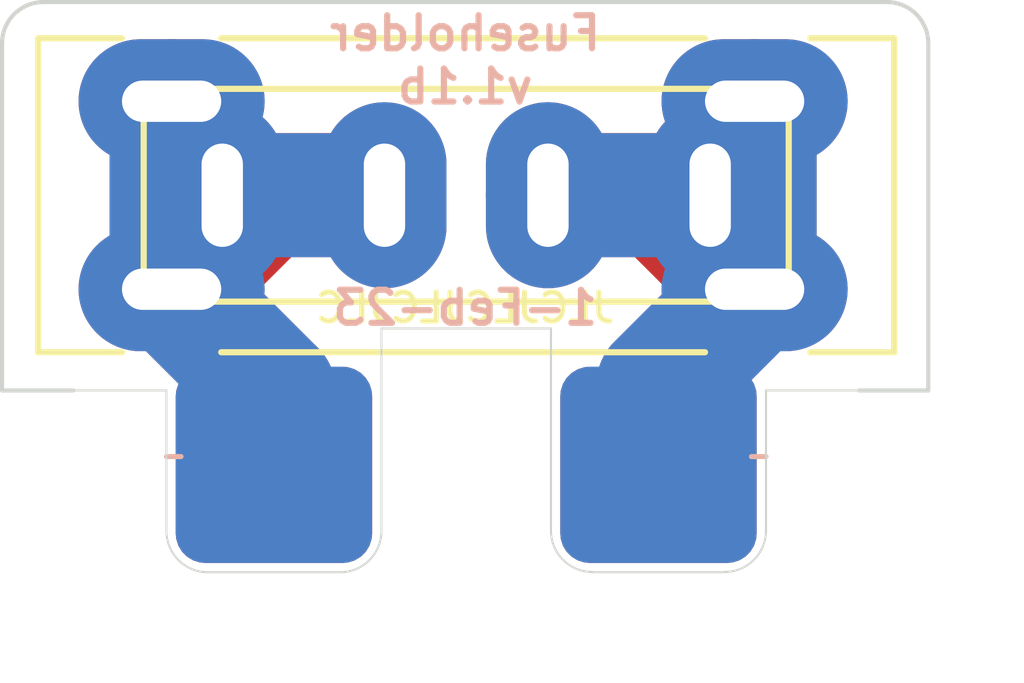
<source format=kicad_pcb>
(kicad_pcb (version 20211014) (generator pcbnew)
  (layers (0 "F.Cu" signal) (31 "B.Cu" signal) (34 "B.Paste" user) (35 "F.Paste" user) (36 "B.SilkS" user "B.Silkscreen") (37 "F.SilkS" user "F.Silkscreen") (38 "B.Mask" user) (39 "F.Mask" user) (44 "Edge.Cuts" user))
  (net 0 "")
  (net 1 "Net-(F1-Pad1)")
  (net 2 "Net-(F1-Pad2)")
  (footprint "aalib:stdfuse" (layer "F.Cu") (at 142.9 93)
    (fp_text reference "F1" hide)
    (fp_text value "Fuse")
    (fp_line (start -3.225 6.075) (end -3.225 -1.525) (layer "F.SilkS") (width 0.15))
    (fp_line (start -3.225 -1.525) (end -1.2 -1.525) (layer "F.SilkS") (width 0.15))
    (fp_line (start -3.225 6.075) (end -1.2 6.075) (layer "F.SilkS") (width 0.15))
    (fp_line (start 1.2 6.075) (end 12.9 6.075) (layer "F.SilkS") (width 0.15))
    (fp_line (start 15.45 -1.525) (end 17.475 -1.525) (layer "F.SilkS") (width 0.15))
    (fp_line (start 1.2 -1.525) (end 12.9 -1.525) (layer "F.SilkS") (width 0.15))
    (fp_line (start 17.475 -1.525) (end 17.475 6.075) (layer "F.SilkS") (width 0.15))
    (fp_line (start 15.45 6.075) (end 17.475 6.075) (layer "F.SilkS") (width 0.15))
    (pad "1" thru_hole oval (at 0 0) (size 4.5 3) (drill oval 2.4 1) (layers *.Cu *.Mask) (net 1 "Net-(F1-Pad1)"))
    (pad "1" thru_hole oval (at 0 4.55) (size 4.5 3) (drill oval 2.4 1) (layers *.Cu *.Mask) (net 1 "Net-(F1-Pad1)"))
    (pad "2" thru_hole oval (at 14.1 4.55) (size 4.5 3) (drill oval 2.4 1) (layers *.Cu *.Mask) (net 2 "Net-(F1-Pad2)"))
    (pad "2" thru_hole oval (at 14.1 0) (size 4.5 3) (drill oval 2.4 1) (layers *.Cu *.Mask) (net 2 "Net-(F1-Pad2)"))
  )
  (footprint "aalib:stdfuse-pads" (layer "F.Cu") (at 150.025 100)
    (fp_text reference "J1" hide)
    (fp_text value "Conn_01x02_Male")
    (fp_line (start -7.25 1.6) (end -6.9 1.6) (layer "B.SilkS") (width 0.12))
    (fp_line (start 6.9 1.6) (end 7.25 1.6) (layer "B.SilkS") (width 0.12))
    (fp_line (start -7.25 1.6) (end -6.9 1.6) (layer "F.SilkS") (width 0.12))
    (fp_line (start 6.9 1.6) (end 7.25 1.6) (layer "F.SilkS") (width 0.12))
    (fp_line (start -6.25 4.4) (end -3.05 4.4) (layer "Edge.Cuts") (width 0.05))
    (fp_line (start -7.25 3.4) (end -7.25 0) (layer "Edge.Cuts") (width 0.05))
    (fp_line (start -2.05 3.4) (end -2.05 0) (layer "Edge.Cuts") (width 0.05))
    (fp_line (start -2.05 0) (end -2.05 -1.5) (layer "Edge.Cuts") (width 0.05))
    (fp_line (start 2.05 0) (end 2.05 -1.5) (layer "Edge.Cuts") (width 0.05))
    (fp_line (start 2.05 3.4) (end 2.05 0) (layer "Edge.Cuts") (width 0.05))
    (fp_line (start 2.05 -1.5) (end -2.05 -1.5) (layer "Edge.Cuts") (width 0.05))
    (fp_line (start 3.05 4.4) (end 6.25 4.4) (layer "Edge.Cuts") (width 0.05))
    (fp_line (start 7.25 3.4) (end 7.25 0) (layer "Edge.Cuts") (width 0.05))
    (fp_line (start -7.25 0) (end -9.5 0) (layer "Edge.Cuts") (width 0.05))
    (fp_line (start 9.5 0) (end 7.25 0) (layer "Edge.Cuts") (width 0.05))
    (fp_arc (start 7.25 3.392893) (mid 6.957109 4.100004) (end 6.25 4.392893) (layer "Edge.Cuts") (width 0.05))
    (fp_arc (start -6.25 4.4) (mid -6.957107 4.107107) (end -7.25 3.4) (layer "Edge.Cuts") (width 0.05))
    (fp_arc (start -2.05 3.4) (mid -2.342893 4.107107) (end -3.05 4.4) (layer "Edge.Cuts") (width 0.05))
    (fp_arc (start 3.05 4.392893) (mid 2.342896 4.099999) (end 2.05 3.392893) (layer "Edge.Cuts") (width 0.05))
    (pad "1" connect roundrect (at -4.65 1.8) (size 4.75 4.75) (layers "F.Cu" "F.Mask") (roundrect_rratio 0.15) (net 1 "Net-(F1-Pad1)"))
    (pad "1" connect roundrect (at -4.65 1.8) (size 4.75 4.75) (layers "B.Cu" "B.Mask") (roundrect_rratio 0.15) (net 1 "Net-(F1-Pad1)"))
    (pad "2" connect roundrect (at 4.65 1.8) (size 4.75 4.75) (layers "B.Cu" "B.Mask") (roundrect_rratio 0.15) (net 2 "Net-(F1-Pad2)"))
    (pad "2" connect roundrect (at 4.65 1.8) (size 4.75 4.75) (layers "F.Cu" "F.Mask") (roundrect_rratio 0.15) (net 2 "Net-(F1-Pad2)"))
  )
  (footprint "aalib:minifuse" (layer "F.Cu") (at 150.025 95.275)
    (fp_text reference "F2" hide)
    (fp_text value "Fuse")
    (fp_line (start -7.8 -2.575) (end 7.8 -2.575) (layer "F.SilkS") (width 0.15))
    (fp_line (start 7.8 -2.575) (end 7.8 2.575) (layer "F.SilkS") (width 0.15))
    (fp_line (start 7.8 2.575) (end -7.8 2.575) (layer "F.SilkS") (width 0.15))
    (fp_line (start -7.8 2.575) (end -7.8 -2.575) (layer "F.SilkS") (width 0.15))
    (pad "1" thru_hole oval (at -5.9 0) (size 3 4.5) (drill oval 1 2.5) (layers *.Cu *.Mask) (net 1 "Net-(F1-Pad1)"))
    (pad "1" thru_hole oval (at -1.977 0) (size 3 4.5) (drill oval 1 2.5) (layers *.Cu *.Mask) (net 1 "Net-(F1-Pad1)"))
    (pad "2" thru_hole oval (at 1.977 0) (size 3 4.5) (drill oval 1 2.5) (layers *.Cu *.Mask) (net 2 "Net-(F1-Pad2)"))
    (pad "2" thru_hole oval (at 5.9 0) (size 3 4.5) (drill oval 1 2.5) (layers *.Cu *.Mask) (net 2 "Net-(F1-Pad2)"))
  )
  (gr_line (start 138.8 91.6) (end 138.8 100) (layer "Edge.Cuts") (width 0.1))
  (gr_line (start 139.8 90.6) (end 160.2 90.6) (layer "Edge.Cuts") (width 0.1))
  (gr_arc (start 138.8 91.6) (mid 139.092893 90.892893) (end 139.8 90.6) (layer "Edge.Cuts") (width 0.1))
  (gr_line (start 161.2 91.6) (end 161.2 100) (layer "Edge.Cuts") (width 0.1))
  (gr_line (start 140.525 100) (end 138.8 100) (layer "Edge.Cuts") (width 0.1))
  (gr_line (start 159.525 100) (end 161.2 100) (layer "Edge.Cuts") (width 0.1))
  (gr_arc (start 160.2 90.6) (mid 160.907107 90.892893) (end 161.2 91.6) (layer "Edge.Cuts") (width 0.1))
  (gr_text "Fuseholder\nv1.1b" (at 150 92) (layer "B.SilkS") (effects (font (size 0.8 0.8)) (justify mirror)))
  (gr_text "1-Feb-23" (at 150 98) (layer "B.SilkS") (effects (font (size 0.8 0.8)) (justify mirror)))
  (gr_text "JLCJLCJLCJLC" (at 150 98) (layer "F.SilkS") (effects (font (size 0.7 0.7) (thickness 0.12)) (justify mirror)))
  (segment (start 144.125 95.275) (end 148.048 95.275) (width 3) (layer "F.Cu") (net 1))
  (segment (start 145.375 101.2) (end 145.375 100.025) (width 3) (layer "F.Cu") (net 1))
  (segment (start 145.175 95.275) (end 142.9 97.55) (width 3) (layer "F.Cu") (net 1))
  (segment (start 145.375 100.025) (end 142.9 97.55) (width 3) (layer "F.Cu") (net 1))
  (segment (start 142.9 97.55) (end 142.9 93) (width 3) (layer "F.Cu") (net 1))
  (segment (start 148.048 95.275) (end 145.175 95.275) (width 3) (layer "F.Cu") (net 1))
  (segment (start 144.125 95.275) (end 148.048 95.275) (width 3) (layer "B.Cu") (net 1))
  (segment (start 145.375 101.2) (end 145.375 100.025) (width 3) (layer "B.Cu") (net 1))
  (segment (start 145.375 100.025) (end 142.9 97.55) (width 3) (layer "B.Cu") (net 1))
  (segment (start 142.9 97.55) (end 142.9 93) (width 3) (layer "B.Cu") (net 1))
  (segment (start 152.002 95.275) (end 154.725 95.275) (width 3) (layer "F.Cu") (net 2))
  (segment (start 157 97.55) (end 157 93) (width 3) (layer "F.Cu") (net 2))
  (segment (start 157 97.55) (end 154.675 99.875) (width 3) (layer "F.Cu") (net 2))
  (segment (start 154.675 99.875) (end 154.675 101.2125) (width 3) (layer "F.Cu") (net 2))
  (segment (start 152.002 95.275) (end 155.925 95.275) (width 3) (layer "F.Cu") (net 2))
  (segment (start 154.725 95.275) (end 157 97.55) (width 3) (layer "F.Cu") (net 2))
  (segment (start 157 97.55) (end 154.675 99.875) (width 3) (layer "B.Cu") (net 2))
  (segment (start 152.002 95.275) (end 155.925 95.275) (width 3) (layer "B.Cu") (net 2))
  (segment (start 154.675 99.875) (end 154.675 101.2) (width 3) (layer "B.Cu") (net 2))
  (segment (start 157 97.55) (end 157 93) (width 3) (layer "B.Cu") (net 2))
)
</source>
